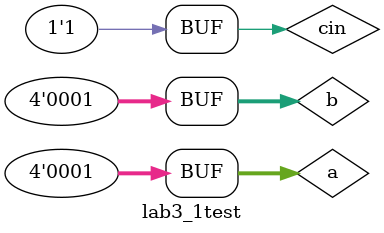
<source format=v>
`timescale 1ns / 1ps


module lab3_1test;
    reg [3:0]a;
    reg [3:0]b;
    reg [0:0]cin;
    wire [0:0]cout;
    wire [3:0]s;
    lab3_1 DUT (.a(a), .b(b), .cin(cin), .cout(cout), .s(s));
    initial
    begin
    a = 0; b = 0; cin = 0;
    #10 a = 1;
    #10 b = 1; a = 0;
    #10 a = 1;
    #10 cin = 1; a = 0; b = 0;
    #10 a = 1;
    #10 b = 1; a = 0;
    #10 a = 1;
    #10;
    end
endmodule

</source>
